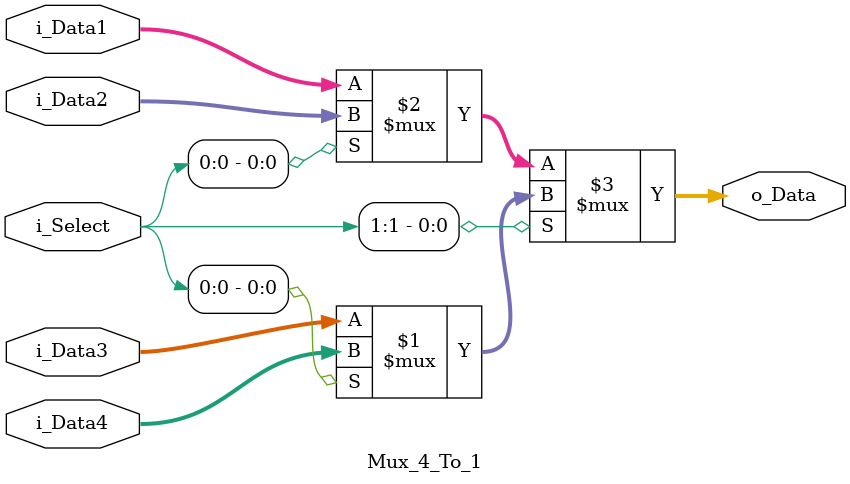
<source format=sv>
module Mux_4_To_1 #( parameter IW = 8) 
				  (input [1:0] i_Select,
                   input  [IW-1:0] i_Data1,
                   input  [IW-1:0] i_Data2,
                   input  [IW-1:0] i_Data3,
                   input  [IW-1:0] i_Data4,
                   output [IW-1:0] o_Data);
 
  reg r_Data;
   
assign o_Data = i_Select[1] ? (i_Select[0] ? i_Data4 : i_Data3) :
                              (i_Select[0] ? i_Data2 : i_Data1);
 
 
// // Alternatively:
// always @(*)
// begin
//   case (i_Select)
//     2'b00 : r_Data <= i_Data1;
//     2'b01 : r_Data <= i_Data2;
//     2'b10 : r_Data <= i_Data3;
//     2'b11 : r_Data <= i_Data4;
//   endcase // case (i_Select)
// end
//  
// assign o_Data = r_Data;
//      
endmodule // Mux_4_To_1

</source>
